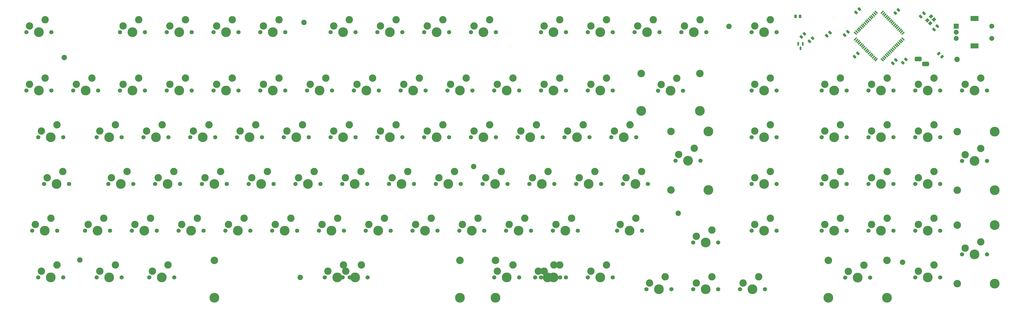
<source format=gbr>
%TF.GenerationSoftware,KiCad,Pcbnew,(6.0.4)*%
%TF.CreationDate,2022-05-25T22:55:25+02:00*%
%TF.ProjectId,pcb-rounded,7063622d-726f-4756-9e64-65642e6b6963,rev?*%
%TF.SameCoordinates,Original*%
%TF.FileFunction,Soldermask,Top*%
%TF.FilePolarity,Negative*%
%FSLAX46Y46*%
G04 Gerber Fmt 4.6, Leading zero omitted, Abs format (unit mm)*
G04 Created by KiCad (PCBNEW (6.0.4)) date 2022-05-25 22:55:25*
%MOMM*%
%LPD*%
G01*
G04 APERTURE LIST*
G04 Aperture macros list*
%AMRoundRect*
0 Rectangle with rounded corners*
0 $1 Rounding radius*
0 $2 $3 $4 $5 $6 $7 $8 $9 X,Y pos of 4 corners*
0 Add a 4 corners polygon primitive as box body*
4,1,4,$2,$3,$4,$5,$6,$7,$8,$9,$2,$3,0*
0 Add four circle primitives for the rounded corners*
1,1,$1+$1,$2,$3*
1,1,$1+$1,$4,$5*
1,1,$1+$1,$6,$7*
1,1,$1+$1,$8,$9*
0 Add four rect primitives between the rounded corners*
20,1,$1+$1,$2,$3,$4,$5,0*
20,1,$1+$1,$4,$5,$6,$7,0*
20,1,$1+$1,$6,$7,$8,$9,0*
20,1,$1+$1,$8,$9,$2,$3,0*%
%AMRotRect*
0 Rectangle, with rotation*
0 The origin of the aperture is its center*
0 $1 length*
0 $2 width*
0 $3 Rotation angle, in degrees counterclockwise*
0 Add horizontal line*
21,1,$1,$2,0,0,$3*%
G04 Aperture macros list end*
%ADD10RoundRect,0.450000X-0.950000X-0.450000X0.950000X-0.450000X0.950000X0.450000X-0.950000X0.450000X0*%
%ADD11C,1.701800*%
%ADD12C,3.987800*%
%ADD13C,3.000000*%
%ADD14RoundRect,0.250000X-0.132583X0.503814X-0.503814X0.132583X0.132583X-0.503814X0.503814X-0.132583X0*%
%ADD15C,2.200000*%
%ADD16RoundRect,0.250000X0.159099X-0.512652X0.512652X-0.159099X-0.159099X0.512652X-0.512652X0.159099X0*%
%ADD17RoundRect,0.250000X-0.159099X0.512652X-0.512652X0.159099X0.159099X-0.512652X0.512652X-0.159099X0*%
%ADD18C,3.048000*%
%ADD19RoundRect,0.250000X-0.503814X-0.132583X-0.132583X-0.503814X0.503814X0.132583X0.132583X0.503814X0*%
%ADD20RotRect,1.500000X0.550000X45.000000*%
%ADD21RotRect,1.500000X0.550000X135.000000*%
%ADD22RoundRect,0.250000X-0.262500X-0.450000X0.262500X-0.450000X0.262500X0.450000X-0.262500X0.450000X0*%
%ADD23RoundRect,0.150000X-0.150000X0.587500X-0.150000X-0.587500X0.150000X-0.587500X0.150000X0.587500X0*%
%ADD24RoundRect,0.250000X0.132583X-0.503814X0.503814X-0.132583X-0.132583X0.503814X-0.503814X0.132583X0*%
%ADD25RotRect,1.400000X1.200000X225.000000*%
%ADD26R,2.000000X2.000000*%
%ADD27C,2.000000*%
%ADD28R,3.200000X2.000000*%
G04 APERTURE END LIST*
D10*
%TO.C,SW1*%
X458875000Y-185531250D03*
X461875000Y-187531250D03*
%TD*%
D11*
%TO.C,MX13*%
X372586250Y-174625000D03*
D12*
X367506250Y-174625000D03*
D13*
X370046250Y-169545000D03*
D11*
X362426250Y-174625000D03*
D13*
X363696250Y-172085000D03*
%TD*%
%TO.C,MX11*%
X331946250Y-169545000D03*
D11*
X334486250Y-174625000D03*
X324326250Y-174625000D03*
D12*
X329406250Y-174625000D03*
D13*
X325596250Y-172085000D03*
%TD*%
D14*
%TO.C,R2*%
X415845235Y-177054765D03*
X414554765Y-178345235D03*
%TD*%
D12*
%TO.C,MX43*%
X281781250Y-217487500D03*
D11*
X276701250Y-217487500D03*
D13*
X277971250Y-214947500D03*
D11*
X286861250Y-217487500D03*
D13*
X284321250Y-212407500D03*
%TD*%
%TO.C,MX31*%
X446246250Y-193357500D03*
D12*
X443706250Y-198437500D03*
D11*
X438626250Y-198437500D03*
X448786250Y-198437500D03*
D13*
X439896250Y-195897500D03*
%TD*%
%TO.C,MX20*%
X198596250Y-193357500D03*
D11*
X190976250Y-198437500D03*
D12*
X196056250Y-198437500D03*
D13*
X192246250Y-195897500D03*
D11*
X201136250Y-198437500D03*
%TD*%
D12*
%TO.C,MX54*%
X172243750Y-236537500D03*
D11*
X167163750Y-236537500D03*
D13*
X168433750Y-233997500D03*
X174783750Y-231457500D03*
D11*
X177323750Y-236537500D03*
%TD*%
D15*
%TO.C,H3*%
X361156250Y-248443750D03*
%TD*%
%TO.C,H9*%
X111125000Y-184943750D03*
%TD*%
D11*
%TO.C,MX12*%
X343376250Y-174625000D03*
D13*
X344646250Y-172085000D03*
D12*
X348456250Y-174625000D03*
D13*
X350996250Y-169545000D03*
D11*
X353536250Y-174625000D03*
%TD*%
D12*
%TO.C,MX51*%
X107950000Y-236537500D03*
D11*
X113030000Y-236537500D03*
X102870000Y-236537500D03*
D13*
X104140000Y-233997500D03*
X110490000Y-231457500D03*
%TD*%
D16*
%TO.C,C7*%
X448468750Y-187325000D03*
X449812252Y-185981498D03*
%TD*%
D15*
%TO.C,H8*%
X474662500Y-185737500D03*
%TD*%
D11*
%TO.C,MX77*%
X233838750Y-255587500D03*
D13*
X241458750Y-250507500D03*
D11*
X243998750Y-255587500D03*
D13*
X235108750Y-253047500D03*
D12*
X238918750Y-255587500D03*
%TD*%
D17*
%TO.C,C4*%
X434249751Y-183224249D03*
X432906249Y-184567751D03*
%TD*%
D12*
%TO.C,MX79*%
X277018750Y-255587500D03*
D13*
X279558750Y-250507500D03*
X273208750Y-253047500D03*
D11*
X282098750Y-255587500D03*
X271938750Y-255587500D03*
%TD*%
D13*
%TO.C,MX49*%
X446246250Y-212407500D03*
X439896250Y-214947500D03*
D11*
X448786250Y-217487500D03*
D12*
X443706250Y-217487500D03*
D11*
X438626250Y-217487500D03*
%TD*%
D13*
%TO.C,MX45*%
X322421250Y-212407500D03*
D12*
X319881250Y-217487500D03*
D13*
X316071250Y-214947500D03*
D11*
X314801250Y-217487500D03*
X324961250Y-217487500D03*
%TD*%
%TO.C,MX42*%
X267811250Y-217487500D03*
D13*
X265271250Y-212407500D03*
D11*
X257651250Y-217487500D03*
D12*
X262731250Y-217487500D03*
D13*
X258921250Y-214947500D03*
%TD*%
D12*
%TO.C,MX10*%
X310356250Y-174625000D03*
D11*
X305276250Y-174625000D03*
X315436250Y-174625000D03*
D13*
X306546250Y-172085000D03*
X312896250Y-169545000D03*
%TD*%
D12*
%TO.C,MX92*%
X229537500Y-274637500D03*
D13*
X224790000Y-269557500D03*
D11*
X224457500Y-274637500D03*
D18*
X286687500Y-267652500D03*
D11*
X227330000Y-274637500D03*
D13*
X232077500Y-269557500D03*
D12*
X172250100Y-282892500D03*
D11*
X234617500Y-274637500D03*
X217170000Y-274637500D03*
D12*
X272249900Y-282892500D03*
D13*
X225727500Y-272097500D03*
D18*
X272249900Y-267652500D03*
X172250100Y-267652500D03*
D12*
X286687500Y-282892500D03*
D13*
X218440000Y-272097500D03*
D12*
X222250000Y-274637500D03*
%TD*%
D16*
%TO.C,C3*%
X465259499Y-173471751D03*
X466603001Y-172128249D03*
%TD*%
D19*
%TO.C,R8*%
X467254765Y-183354765D03*
X468545235Y-184645235D03*
%TD*%
D13*
%TO.C,MX9*%
X284321250Y-169545000D03*
D11*
X286861250Y-174625000D03*
D12*
X281781250Y-174625000D03*
D13*
X277971250Y-172085000D03*
D11*
X276701250Y-174625000D03*
%TD*%
%TO.C,MX18*%
X163036250Y-198437500D03*
D12*
X157956250Y-198437500D03*
D13*
X160496250Y-193357500D03*
X154146250Y-195897500D03*
D11*
X152876250Y-198437500D03*
%TD*%
%TO.C,MX15*%
X95726250Y-198437500D03*
D12*
X100806250Y-198437500D03*
D11*
X105886250Y-198437500D03*
D13*
X103346250Y-193357500D03*
X96996250Y-195897500D03*
%TD*%
D20*
%TO.C,U1*%
X433288637Y-177414582D03*
X433854323Y-177980267D03*
X434420008Y-178545952D03*
X434985693Y-179111638D03*
X435551379Y-179677323D03*
X436117064Y-180243009D03*
X436682750Y-180808694D03*
X437248435Y-181374380D03*
X437814120Y-181940065D03*
X438379806Y-182505750D03*
X438945491Y-183071436D03*
X439511177Y-183637121D03*
X440076862Y-184202807D03*
X440642548Y-184768492D03*
X441208233Y-185334177D03*
X441773918Y-185899863D03*
D21*
X444178082Y-185899863D03*
X444743767Y-185334177D03*
X445309452Y-184768492D03*
X445875138Y-184202807D03*
X446440823Y-183637121D03*
X447006509Y-183071436D03*
X447572194Y-182505750D03*
X448137880Y-181940065D03*
X448703565Y-181374380D03*
X449269250Y-180808694D03*
X449834936Y-180243009D03*
X450400621Y-179677323D03*
X450966307Y-179111638D03*
X451531992Y-178545952D03*
X452097677Y-177980267D03*
X452663363Y-177414582D03*
D20*
X452663363Y-175010418D03*
X452097677Y-174444733D03*
X451531992Y-173879048D03*
X450966307Y-173313362D03*
X450400621Y-172747677D03*
X449834936Y-172181991D03*
X449269250Y-171616306D03*
X448703565Y-171050620D03*
X448137880Y-170484935D03*
X447572194Y-169919250D03*
X447006509Y-169353564D03*
X446440823Y-168787879D03*
X445875138Y-168222193D03*
X445309452Y-167656508D03*
X444743767Y-167090823D03*
X444178082Y-166525137D03*
D21*
X441773918Y-166525137D03*
X441208233Y-167090823D03*
X440642548Y-167656508D03*
X440076862Y-168222193D03*
X439511177Y-168787879D03*
X438945491Y-169353564D03*
X438379806Y-169919250D03*
X437814120Y-170484935D03*
X437248435Y-171050620D03*
X436682750Y-171616306D03*
X436117064Y-172181991D03*
X435551379Y-172747677D03*
X434985693Y-173313362D03*
X434420008Y-173879048D03*
X433854323Y-174444733D03*
X433288637Y-175010418D03*
%TD*%
D12*
%TO.C,MX5*%
X196056250Y-174625000D03*
D13*
X198596250Y-169545000D03*
D11*
X190976250Y-174625000D03*
D13*
X192246250Y-172085000D03*
D11*
X201136250Y-174625000D03*
%TD*%
%TO.C,MX21*%
X220186250Y-198437500D03*
D12*
X215106250Y-198437500D03*
D11*
X210026250Y-198437500D03*
D13*
X211296250Y-195897500D03*
X217646250Y-193357500D03*
%TD*%
D11*
%TO.C,MX84*%
X401161250Y-255587500D03*
X391001250Y-255587500D03*
D13*
X392271250Y-253047500D03*
X398621250Y-250507500D03*
D12*
X396081250Y-255587500D03*
%TD*%
D13*
%TO.C,MX44*%
X303371250Y-212407500D03*
D11*
X295751250Y-217487500D03*
D12*
X300831250Y-217487500D03*
D11*
X305911250Y-217487500D03*
D13*
X297021250Y-214947500D03*
%TD*%
%TO.C,MX47*%
X398621250Y-212407500D03*
D12*
X396081250Y-217487500D03*
D11*
X401161250Y-217487500D03*
D13*
X392271250Y-214947500D03*
D11*
X391001250Y-217487500D03*
%TD*%
D13*
%TO.C,MX32*%
X458946250Y-195897500D03*
D12*
X462756250Y-198437500D03*
D11*
X457676250Y-198437500D03*
X467836250Y-198437500D03*
D13*
X465296250Y-193357500D03*
%TD*%
D11*
%TO.C,MX91*%
X145732500Y-274637500D03*
X155892500Y-274637500D03*
D12*
X150812500Y-274637500D03*
D13*
X147002500Y-272097500D03*
X153352500Y-269557500D03*
%TD*%
D11*
%TO.C,MX36*%
X153511250Y-217487500D03*
D12*
X148431250Y-217487500D03*
D13*
X144621250Y-214947500D03*
D11*
X143351250Y-217487500D03*
D13*
X150971250Y-212407500D03*
%TD*%
%TO.C,MX71*%
X127158750Y-250507500D03*
D12*
X124618750Y-255587500D03*
D13*
X120808750Y-253047500D03*
D11*
X119538750Y-255587500D03*
X129698750Y-255587500D03*
%TD*%
%TO.C,MX80*%
X301148750Y-255587500D03*
D13*
X298608750Y-250507500D03*
X292258750Y-253047500D03*
D12*
X296068750Y-255587500D03*
D11*
X290988750Y-255587500D03*
%TD*%
D22*
%TO.C,R7*%
X408887500Y-168200000D03*
X410712500Y-168200000D03*
%TD*%
D12*
%TO.C,MX89*%
X105568750Y-274637500D03*
D13*
X108108750Y-269557500D03*
D11*
X100488750Y-274637500D03*
D13*
X101758750Y-272097500D03*
D11*
X110648750Y-274637500D03*
%TD*%
%TO.C,MX66*%
X429736250Y-236537500D03*
D13*
X427196250Y-231457500D03*
D12*
X424656250Y-236537500D03*
D13*
X420846250Y-233997500D03*
D11*
X419576250Y-236537500D03*
%TD*%
%TO.C,MX3*%
X163036250Y-174625000D03*
D13*
X160496250Y-169545000D03*
D12*
X157956250Y-174625000D03*
D13*
X154146250Y-172085000D03*
D11*
X152876250Y-174625000D03*
%TD*%
D12*
%TO.C,MX61*%
X305593750Y-236537500D03*
D13*
X308133750Y-231457500D03*
D11*
X310673750Y-236537500D03*
D13*
X301783750Y-233997500D03*
D11*
X300513750Y-236537500D03*
%TD*%
%TO.C,MX100*%
X457676250Y-274637500D03*
D13*
X458946250Y-272097500D03*
X465296250Y-269557500D03*
D12*
X462756250Y-274637500D03*
D11*
X467836250Y-274637500D03*
%TD*%
D12*
%TO.C,MX86*%
X443706250Y-255587500D03*
D13*
X439896250Y-253047500D03*
D11*
X448786250Y-255587500D03*
D13*
X446246250Y-250507500D03*
D11*
X438626250Y-255587500D03*
%TD*%
%TO.C,MX39*%
X210661250Y-217487500D03*
X200501250Y-217487500D03*
D12*
X205581250Y-217487500D03*
D13*
X208121250Y-212407500D03*
X201771250Y-214947500D03*
%TD*%
D12*
%TO.C,MX87*%
X462756250Y-255587500D03*
D11*
X457676250Y-255587500D03*
X467836250Y-255587500D03*
D13*
X465296250Y-250507500D03*
X458946250Y-253047500D03*
%TD*%
D11*
%TO.C,MX83*%
X367188750Y-260350000D03*
D12*
X372268750Y-260350000D03*
D11*
X377348750Y-260350000D03*
D13*
X368458750Y-257810000D03*
X374808750Y-255270000D03*
%TD*%
%TO.C,MX78*%
X254158750Y-253047500D03*
D11*
X252888750Y-255587500D03*
D12*
X257968750Y-255587500D03*
D11*
X263048750Y-255587500D03*
D13*
X260508750Y-250507500D03*
%TD*%
D15*
%TO.C,H5*%
X277812500Y-229393750D03*
%TD*%
D13*
%TO.C,MX40*%
X220821250Y-214947500D03*
D12*
X224631250Y-217487500D03*
D11*
X219551250Y-217487500D03*
D13*
X227171250Y-212407500D03*
D11*
X229711250Y-217487500D03*
%TD*%
%TO.C,MX81*%
X310038750Y-255587500D03*
D13*
X311308750Y-253047500D03*
X317658750Y-250507500D03*
D11*
X320198750Y-255587500D03*
D12*
X315118750Y-255587500D03*
%TD*%
D11*
%TO.C,MX25*%
X296386250Y-198437500D03*
D13*
X293846250Y-193357500D03*
D11*
X286226250Y-198437500D03*
D12*
X291306250Y-198437500D03*
D13*
X287496250Y-195897500D03*
%TD*%
D17*
%TO.C,C8*%
X422946751Y-174746999D03*
X421603249Y-176090501D03*
%TD*%
D13*
%TO.C,MX52*%
X130333750Y-233997500D03*
X136683750Y-231457500D03*
D11*
X139223750Y-236537500D03*
D12*
X134143750Y-236537500D03*
D11*
X129063750Y-236537500D03*
%TD*%
D12*
%TO.C,MX28*%
X369919250Y-206692500D03*
D11*
X352901250Y-198503639D03*
D13*
X354171250Y-195963639D03*
X360521250Y-193423639D03*
D12*
X357981250Y-198503639D03*
D11*
X363061250Y-198503639D03*
D12*
X346043250Y-206692500D03*
D18*
X346043250Y-191452500D03*
X369919250Y-191452500D03*
%TD*%
D11*
%TO.C,MX97*%
X367188750Y-279400000D03*
D12*
X372268750Y-279400000D03*
D13*
X374808750Y-274320000D03*
X368458750Y-276860000D03*
D11*
X377348750Y-279400000D03*
%TD*%
D15*
%TO.C,H4*%
X208756250Y-170656250D03*
%TD*%
D11*
%TO.C,MX63*%
X338613750Y-236537500D03*
D12*
X343693750Y-236537500D03*
D11*
X348773750Y-236537500D03*
D13*
X339883750Y-233997500D03*
X346233750Y-231457500D03*
%TD*%
%TO.C,MX16*%
X122396250Y-193357500D03*
D11*
X114776250Y-198437500D03*
X124936250Y-198437500D03*
D13*
X116046250Y-195897500D03*
D12*
X119856250Y-198437500D03*
%TD*%
D13*
%TO.C,MX76*%
X222408750Y-250507500D03*
D12*
X219868750Y-255587500D03*
D11*
X214788750Y-255587500D03*
D13*
X216058750Y-253047500D03*
D11*
X224948750Y-255587500D03*
%TD*%
D13*
%TO.C,MX14*%
X392271250Y-172085000D03*
D11*
X391001250Y-174625000D03*
X401161250Y-174625000D03*
D12*
X396081250Y-174625000D03*
D13*
X398621250Y-169545000D03*
%TD*%
D11*
%TO.C,MX65*%
X391001250Y-236537500D03*
D13*
X392271250Y-233997500D03*
D11*
X401161250Y-236537500D03*
D12*
X396081250Y-236537500D03*
D13*
X398621250Y-231457500D03*
%TD*%
D23*
%TO.C,Q1*%
X411850000Y-179362500D03*
X409950000Y-179362500D03*
X410900000Y-181237500D03*
%TD*%
D12*
%TO.C,MX75*%
X200818750Y-255587500D03*
D11*
X205898750Y-255587500D03*
D13*
X203358750Y-250507500D03*
D11*
X195738750Y-255587500D03*
D13*
X197008750Y-253047500D03*
%TD*%
D15*
%TO.C,H7*%
X381793750Y-172243750D03*
%TD*%
D11*
%TO.C,MX50*%
X457676250Y-217487500D03*
D13*
X458946250Y-214947500D03*
D11*
X467836250Y-217487500D03*
D12*
X462756250Y-217487500D03*
D13*
X465296250Y-212407500D03*
%TD*%
D12*
%TO.C,MX70*%
X103187500Y-255587500D03*
D13*
X99377500Y-253047500D03*
D11*
X98107500Y-255587500D03*
D13*
X105727500Y-250507500D03*
D11*
X108267500Y-255587500D03*
%TD*%
D24*
%TO.C,R1*%
X452586015Y-187027970D03*
X453876485Y-185737500D03*
%TD*%
D13*
%TO.C,MX33*%
X484346250Y-193357500D03*
D11*
X486886250Y-198437500D03*
X476726250Y-198437500D03*
D12*
X481806250Y-198437500D03*
D13*
X477996250Y-195897500D03*
%TD*%
%TO.C,MX72*%
X139858750Y-253047500D03*
D11*
X138588750Y-255587500D03*
D13*
X146208750Y-250507500D03*
D11*
X148748750Y-255587500D03*
D12*
X143668750Y-255587500D03*
%TD*%
D13*
%TO.C,MX94*%
X310515000Y-269557500D03*
X304165000Y-272097500D03*
D12*
X307975000Y-274637500D03*
D11*
X313055000Y-274637500D03*
D12*
X310356250Y-274637500D03*
D13*
X306546250Y-272097500D03*
D11*
X305276250Y-274637500D03*
X315436250Y-274637500D03*
X302895000Y-274637500D03*
D13*
X312896250Y-269557500D03*
%TD*%
D11*
%TO.C,MX74*%
X186848750Y-255587500D03*
X176688750Y-255587500D03*
D13*
X177958750Y-253047500D03*
X184308750Y-250507500D03*
D12*
X181768750Y-255587500D03*
%TD*%
D15*
%TO.C,H6*%
X207168750Y-274637500D03*
%TD*%
D16*
%TO.C,C6*%
X433509499Y-166565501D03*
X434853001Y-165221999D03*
%TD*%
D24*
%TO.C,R3*%
X411254765Y-176545235D03*
X412545235Y-175254765D03*
%TD*%
D13*
%TO.C,MX6*%
X220821250Y-172085000D03*
D11*
X219551250Y-174625000D03*
D13*
X227171250Y-169545000D03*
D11*
X229711250Y-174625000D03*
D12*
X224631250Y-174625000D03*
%TD*%
D13*
%TO.C,MX19*%
X179546250Y-193357500D03*
D11*
X171926250Y-198437500D03*
D12*
X177006250Y-198437500D03*
D11*
X182086250Y-198437500D03*
D13*
X173196250Y-195897500D03*
%TD*%
D25*
%TO.C,Y1*%
X464108027Y-168221142D03*
X462552392Y-169776777D03*
X463754473Y-170978858D03*
X465310108Y-169423223D03*
%TD*%
D12*
%TO.C,MX90*%
X129381250Y-274637500D03*
D11*
X124301250Y-274637500D03*
X134461250Y-274637500D03*
D13*
X125571250Y-272097500D03*
X131921250Y-269557500D03*
%TD*%
D24*
%TO.C,R6*%
X449499515Y-166845235D03*
X450789985Y-165554765D03*
%TD*%
D18*
%TO.C,MX69*%
X474755111Y-239016639D03*
D12*
X489995111Y-215140639D03*
X489995111Y-239016639D03*
X481806250Y-227078639D03*
D13*
X477996250Y-224538639D03*
D11*
X486886250Y-227078639D03*
D13*
X484346250Y-221998639D03*
D11*
X476726250Y-227078639D03*
D18*
X474755111Y-215140639D03*
%TD*%
D12*
%TO.C,MX30*%
X424656250Y-198437500D03*
D13*
X420846250Y-195897500D03*
D11*
X429736250Y-198437500D03*
D13*
X427196250Y-193357500D03*
D11*
X419576250Y-198437500D03*
%TD*%
%TO.C,MX85*%
X419576250Y-255587500D03*
D12*
X424656250Y-255587500D03*
D11*
X429736250Y-255587500D03*
D13*
X427196250Y-250507500D03*
X420846250Y-253047500D03*
%TD*%
D15*
%TO.C,H2*%
X452500000Y-268400000D03*
%TD*%
D13*
%TO.C,MX73*%
X165258750Y-250507500D03*
X158908750Y-253047500D03*
D11*
X167798750Y-255587500D03*
D12*
X162718750Y-255587500D03*
D11*
X157638750Y-255587500D03*
%TD*%
D13*
%TO.C,MX57*%
X225583750Y-233997500D03*
D11*
X234473750Y-236537500D03*
D12*
X229393750Y-236537500D03*
D13*
X231933750Y-231457500D03*
D11*
X224313750Y-236537500D03*
%TD*%
D13*
%TO.C,MX48*%
X420846250Y-214947500D03*
D11*
X419576250Y-217487500D03*
X429736250Y-217487500D03*
D13*
X427196250Y-212407500D03*
D12*
X424656250Y-217487500D03*
%TD*%
D11*
%TO.C,MX95*%
X334486250Y-274637500D03*
D13*
X331946250Y-269557500D03*
D12*
X329406250Y-274637500D03*
D11*
X324326250Y-274637500D03*
D13*
X325596250Y-272097500D03*
%TD*%
D11*
%TO.C,MX98*%
X396398750Y-279400000D03*
D13*
X387508750Y-276860000D03*
D11*
X386238750Y-279400000D03*
D13*
X393858750Y-274320000D03*
D12*
X391318750Y-279400000D03*
%TD*%
%TO.C,MX55*%
X191293750Y-236537500D03*
D13*
X187483750Y-233997500D03*
D11*
X196373750Y-236537500D03*
X186213750Y-236537500D03*
D13*
X193833750Y-231457500D03*
%TD*%
%TO.C,MX60*%
X282733750Y-233997500D03*
D11*
X291623750Y-236537500D03*
D13*
X289083750Y-231457500D03*
D11*
X281463750Y-236537500D03*
D12*
X286543750Y-236537500D03*
%TD*%
D18*
%TO.C,MX99*%
X422243250Y-267652500D03*
X446119250Y-267652500D03*
D13*
X430371250Y-272163639D03*
D12*
X446119250Y-282892500D03*
D13*
X436721250Y-269623639D03*
D12*
X434181250Y-274703639D03*
D11*
X429101250Y-274703639D03*
D12*
X422243250Y-282892500D03*
D11*
X439261250Y-274703639D03*
%TD*%
%TO.C,MX7*%
X248761250Y-174625000D03*
D13*
X239871250Y-172085000D03*
X246221250Y-169545000D03*
D12*
X243681250Y-174625000D03*
D11*
X238601250Y-174625000D03*
%TD*%
D16*
%TO.C,C5*%
X428873999Y-175804751D03*
X430217501Y-174461249D03*
%TD*%
D12*
%TO.C,MX37*%
X167481250Y-217487500D03*
D11*
X162401250Y-217487500D03*
X172561250Y-217487500D03*
D13*
X163671250Y-214947500D03*
X170021250Y-212407500D03*
%TD*%
%TO.C,MX96*%
X355758750Y-274320000D03*
D11*
X348138750Y-279400000D03*
D13*
X349408750Y-276860000D03*
D12*
X353218750Y-279400000D03*
D11*
X358298750Y-279400000D03*
%TD*%
%TO.C,MX4*%
X182086250Y-174625000D03*
D12*
X177006250Y-174625000D03*
D13*
X173196250Y-172085000D03*
D11*
X171926250Y-174625000D03*
D13*
X179546250Y-169545000D03*
%TD*%
D15*
%TO.C,H1*%
X117475000Y-267493750D03*
%TD*%
D12*
%TO.C,MX56*%
X210343750Y-236537500D03*
D11*
X205263750Y-236537500D03*
D13*
X212883750Y-231457500D03*
D11*
X215423750Y-236537500D03*
D13*
X206533750Y-233997500D03*
%TD*%
D11*
%TO.C,MX46*%
X344011250Y-217487500D03*
D13*
X335121250Y-214947500D03*
D12*
X338931250Y-217487500D03*
D11*
X333851250Y-217487500D03*
D13*
X341471250Y-212407500D03*
%TD*%
D11*
%TO.C,MX22*%
X229076250Y-198437500D03*
D12*
X234156250Y-198437500D03*
D13*
X236696250Y-193357500D03*
D11*
X239236250Y-198437500D03*
D13*
X230346250Y-195897500D03*
%TD*%
%TO.C,MX38*%
X189071250Y-212407500D03*
D11*
X181451250Y-217487500D03*
D12*
X186531250Y-217487500D03*
D11*
X191611250Y-217487500D03*
D13*
X182721250Y-214947500D03*
%TD*%
D12*
%TO.C,MX23*%
X253206250Y-198437500D03*
D13*
X249396250Y-195897500D03*
D11*
X258286250Y-198437500D03*
D13*
X255746250Y-193357500D03*
D11*
X248126250Y-198437500D03*
%TD*%
%TO.C,MX27*%
X334486250Y-198437500D03*
D13*
X325596250Y-195897500D03*
D11*
X324326250Y-198437500D03*
D13*
X331946250Y-193357500D03*
D12*
X329406250Y-198437500D03*
%TD*%
D11*
%TO.C,MX1*%
X95726250Y-174625000D03*
D13*
X96996250Y-172085000D03*
D11*
X105886250Y-174625000D03*
D13*
X103346250Y-169545000D03*
D12*
X100806250Y-174625000D03*
%TD*%
D26*
%TO.C,SW2*%
X474306250Y-172125000D03*
D27*
X474306250Y-177125000D03*
X474306250Y-174625000D03*
D28*
X481806250Y-169025000D03*
X481806250Y-180225000D03*
D27*
X488806250Y-177125000D03*
X488806250Y-172125000D03*
%TD*%
D12*
%TO.C,MX93*%
X291306250Y-274637500D03*
D13*
X287496250Y-272097500D03*
X293846250Y-269557500D03*
D11*
X286226250Y-274637500D03*
X296386250Y-274637500D03*
%TD*%
D12*
%TO.C,MX67*%
X443706250Y-236537500D03*
D11*
X448786250Y-236537500D03*
D13*
X446246250Y-231457500D03*
X439896250Y-233997500D03*
D11*
X438626250Y-236537500D03*
%TD*%
D13*
%TO.C,MX8*%
X265271250Y-169545000D03*
D12*
X262731250Y-174625000D03*
D13*
X258921250Y-172085000D03*
D11*
X257651250Y-174625000D03*
X267811250Y-174625000D03*
%TD*%
D12*
%TO.C,MX88*%
X489995111Y-277116639D03*
D18*
X474755111Y-253240639D03*
D13*
X484346250Y-260098639D03*
D12*
X489995111Y-253240639D03*
X481806250Y-265178639D03*
D11*
X476726250Y-265178639D03*
D13*
X477996250Y-262638639D03*
D11*
X486886250Y-265178639D03*
D18*
X474755111Y-277116639D03*
%TD*%
D13*
%TO.C,MX41*%
X246221250Y-212407500D03*
X239871250Y-214947500D03*
D12*
X243681250Y-217487500D03*
D11*
X238601250Y-217487500D03*
X248761250Y-217487500D03*
%TD*%
D17*
%TO.C,C2*%
X461203001Y-166928249D03*
X459859499Y-168271751D03*
%TD*%
D11*
%TO.C,MX17*%
X133826250Y-198437500D03*
X143986250Y-198437500D03*
D13*
X135096250Y-195897500D03*
X141446250Y-193357500D03*
D12*
X138906250Y-198437500D03*
%TD*%
D11*
%TO.C,MX26*%
X305276250Y-198437500D03*
D13*
X306546250Y-195897500D03*
D12*
X310356250Y-198437500D03*
D11*
X315436250Y-198437500D03*
D13*
X312896250Y-193357500D03*
%TD*%
%TO.C,MX82*%
X337502500Y-253047500D03*
D11*
X336232500Y-255587500D03*
X346392500Y-255587500D03*
D12*
X341312500Y-255587500D03*
D13*
X343852500Y-250507500D03*
%TD*%
D11*
%TO.C,MX62*%
X319563750Y-236537500D03*
D13*
X320833750Y-233997500D03*
D11*
X329723750Y-236537500D03*
D13*
X327183750Y-231457500D03*
D12*
X324643750Y-236537500D03*
%TD*%
D13*
%TO.C,MX34*%
X101758750Y-214947500D03*
X108108750Y-212407500D03*
D11*
X100488750Y-217487500D03*
D12*
X105568750Y-217487500D03*
D11*
X110648750Y-217487500D03*
%TD*%
D13*
%TO.C,MX68*%
X465296250Y-231457500D03*
D11*
X467836250Y-236537500D03*
D12*
X462756250Y-236537500D03*
D11*
X457676250Y-236537500D03*
D13*
X458946250Y-233997500D03*
%TD*%
D11*
%TO.C,MX24*%
X277336250Y-198437500D03*
D12*
X272256250Y-198437500D03*
D13*
X268446250Y-195897500D03*
X274796250Y-193357500D03*
D11*
X267176250Y-198437500D03*
%TD*%
%TO.C,MX29*%
X391001250Y-198437500D03*
D13*
X398621250Y-193357500D03*
D12*
X396081250Y-198437500D03*
D11*
X401161250Y-198437500D03*
D13*
X392271250Y-195897500D03*
%TD*%
D12*
%TO.C,MX35*%
X129381250Y-217487500D03*
D11*
X124301250Y-217487500D03*
D13*
X125571250Y-214947500D03*
X131921250Y-212407500D03*
D11*
X134461250Y-217487500D03*
%TD*%
%TO.C,MX64*%
X360045000Y-227012500D03*
D12*
X365125000Y-227012500D03*
D18*
X358140000Y-215074500D03*
D13*
X367665000Y-221932500D03*
D11*
X370205000Y-227012500D03*
D12*
X373380000Y-238950500D03*
D18*
X358140000Y-238950500D03*
D12*
X373380000Y-215074500D03*
D13*
X361315000Y-224472500D03*
%TD*%
D11*
%TO.C,MX58*%
X243363750Y-236537500D03*
D13*
X244633750Y-233997500D03*
X250983750Y-231457500D03*
D12*
X248443750Y-236537500D03*
D11*
X253523750Y-236537500D03*
%TD*%
%TO.C,MX53*%
X148113750Y-236537500D03*
X158273750Y-236537500D03*
D13*
X149383750Y-233997500D03*
D12*
X153193750Y-236537500D03*
D13*
X155733750Y-231457500D03*
%TD*%
D11*
%TO.C,MX2*%
X133826250Y-174625000D03*
D12*
X138906250Y-174625000D03*
D11*
X143986250Y-174625000D03*
D13*
X141446250Y-169545000D03*
X135096250Y-172085000D03*
%TD*%
%TO.C,MX59*%
X263683750Y-233997500D03*
D12*
X267493750Y-236537500D03*
D11*
X262413750Y-236537500D03*
D13*
X270033750Y-231457500D03*
D11*
X272573750Y-236537500D03*
%TD*%
M02*

</source>
